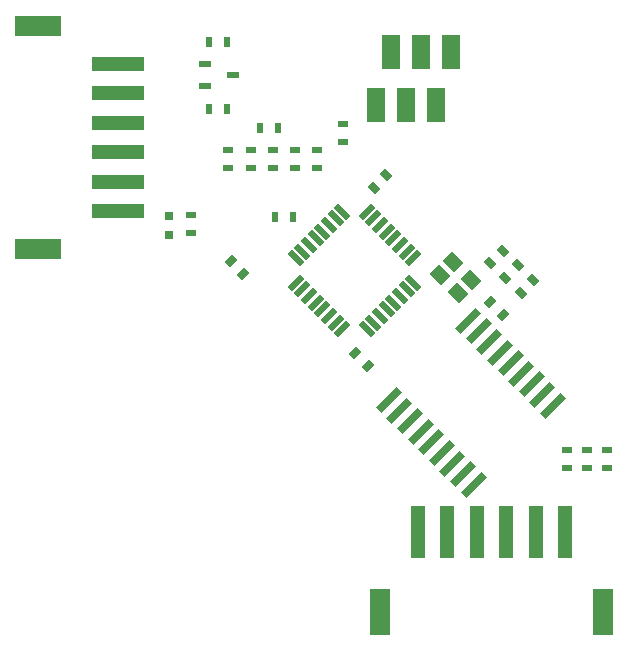
<source format=gbp>
G04 Layer_Color=128*
%FSAX25Y25*%
%MOIN*%
G70*
G01*
G75*
%ADD22R,0.03543X0.02362*%
%ADD23R,0.03150X0.03150*%
%ADD24R,0.05906X0.11811*%
G04:AMPARAMS|DCode=26|XSize=55.12mil|YSize=43.31mil|CornerRadius=0mil|HoleSize=0mil|Usage=FLASHONLY|Rotation=135.000|XOffset=0mil|YOffset=0mil|HoleType=Round|Shape=Rectangle|*
%AMROTATEDRECTD26*
4,1,4,0.03480,-0.00418,0.00418,-0.03480,-0.03480,0.00418,-0.00418,0.03480,0.03480,-0.00418,0.0*
%
%ADD26ROTATEDRECTD26*%

%ADD27R,0.03937X0.02362*%
%ADD28R,0.02362X0.03543*%
G04:AMPARAMS|DCode=29|XSize=23.62mil|YSize=35.43mil|CornerRadius=0mil|HoleSize=0mil|Usage=FLASHONLY|Rotation=45.000|XOffset=0mil|YOffset=0mil|HoleType=Round|Shape=Rectangle|*
%AMROTATEDRECTD29*
4,1,4,0.00418,-0.02088,-0.02088,0.00418,-0.00418,0.02088,0.02088,-0.00418,0.00418,-0.02088,0.0*
%
%ADD29ROTATEDRECTD29*%

G04:AMPARAMS|DCode=30|XSize=23.62mil|YSize=35.43mil|CornerRadius=0mil|HoleSize=0mil|Usage=FLASHONLY|Rotation=135.000|XOffset=0mil|YOffset=0mil|HoleType=Round|Shape=Rectangle|*
%AMROTATEDRECTD30*
4,1,4,0.02088,0.00418,-0.00418,-0.02088,-0.02088,-0.00418,0.00418,0.02088,0.02088,0.00418,0.0*
%
%ADD30ROTATEDRECTD30*%

%ADD31R,0.15354X0.07087*%
%ADD32R,0.17716X0.05118*%
%ADD33R,0.07087X0.15354*%
%ADD34R,0.05118X0.17716*%
G04:AMPARAMS|DCode=35|XSize=21.65mil|YSize=59.06mil|CornerRadius=0mil|HoleSize=0mil|Usage=FLASHONLY|Rotation=225.000|XOffset=0mil|YOffset=0mil|HoleType=Round|Shape=Rectangle|*
%AMROTATEDRECTD35*
4,1,4,-0.01322,0.02854,0.02854,-0.01322,0.01322,-0.02854,-0.02854,0.01322,-0.01322,0.02854,0.0*
%
%ADD35ROTATEDRECTD35*%

G04:AMPARAMS|DCode=36|XSize=21.65mil|YSize=59.06mil|CornerRadius=0mil|HoleSize=0mil|Usage=FLASHONLY|Rotation=135.000|XOffset=0mil|YOffset=0mil|HoleType=Round|Shape=Rectangle|*
%AMROTATEDRECTD36*
4,1,4,0.02854,0.01322,-0.01322,-0.02854,-0.02854,-0.01322,0.01322,0.02854,0.02854,0.01322,0.0*
%
%ADD36ROTATEDRECTD36*%

G04:AMPARAMS|DCode=37|XSize=27.56mil|YSize=98.43mil|CornerRadius=0mil|HoleSize=0mil|Usage=FLASHONLY|Rotation=135.000|XOffset=0mil|YOffset=0mil|HoleType=Round|Shape=Rectangle|*
%AMROTATEDRECTD37*
4,1,4,0.04454,0.02506,-0.02506,-0.04454,-0.04454,-0.02506,0.02506,0.04454,0.04454,0.02506,0.0*
%
%ADD37ROTATEDRECTD37*%

D22*
X0074854Y0213764D02*
D03*
Y0219669D02*
D03*
X0125445Y0249984D02*
D03*
Y0244079D02*
D03*
X0206744Y0135417D02*
D03*
Y0141323D02*
D03*
X0109500Y0241323D02*
D03*
Y0235417D02*
D03*
X0087256Y0235417D02*
D03*
Y0241323D02*
D03*
X0094736Y0235417D02*
D03*
Y0241323D02*
D03*
X0200051Y0141323D02*
D03*
Y0135417D02*
D03*
X0213437Y0141323D02*
D03*
Y0135417D02*
D03*
X0116980Y0235417D02*
D03*
Y0241323D02*
D03*
X0102216Y0235417D02*
D03*
Y0241323D02*
D03*
D23*
X0067571Y0219276D02*
D03*
Y0212976D02*
D03*
D24*
X0141429Y0274000D02*
D03*
X0156429Y0256283D02*
D03*
X0146429D02*
D03*
X0136429D02*
D03*
X0161429Y0274000D02*
D03*
X0151429D02*
D03*
D26*
X0162208Y0204093D02*
D03*
X0163879Y0193514D02*
D03*
X0168333Y0197968D02*
D03*
X0157754Y0199638D02*
D03*
D27*
X0088831Y0266323D02*
D03*
X0079382Y0270063D02*
D03*
Y0262583D02*
D03*
D28*
X0086862Y0255102D02*
D03*
X0080957D02*
D03*
X0086862Y0277346D02*
D03*
X0080957D02*
D03*
X0103791Y0248606D02*
D03*
X0097886D02*
D03*
X0102807Y0219079D02*
D03*
X0108713D02*
D03*
D29*
X0179656Y0198684D02*
D03*
X0183832Y0202859D02*
D03*
X0184774Y0193762D02*
D03*
X0188950Y0197938D02*
D03*
X0135758Y0228802D02*
D03*
X0139934Y0232978D02*
D03*
X0178714Y0207781D02*
D03*
X0174538Y0203605D02*
D03*
D30*
X0133832Y0169353D02*
D03*
X0129656Y0173529D02*
D03*
X0088121Y0204238D02*
D03*
X0092297Y0200062D02*
D03*
X0178714Y0186479D02*
D03*
X0174538Y0190655D02*
D03*
D31*
X0023870Y0208252D02*
D03*
Y0282661D02*
D03*
D32*
X0050642Y0220850D02*
D03*
Y0230693D02*
D03*
Y0240535D02*
D03*
Y0250378D02*
D03*
Y0260220D02*
D03*
Y0270063D02*
D03*
D33*
X0212256Y0087189D02*
D03*
X0137846D02*
D03*
D34*
X0199657Y0113961D02*
D03*
X0189815D02*
D03*
X0179972D02*
D03*
X0170130D02*
D03*
X0160287D02*
D03*
X0150445D02*
D03*
D35*
X0125345Y0220792D02*
D03*
X0123118Y0218565D02*
D03*
X0120891Y0216337D02*
D03*
X0118664Y0214110D02*
D03*
X0116437Y0211883D02*
D03*
X0114210Y0209656D02*
D03*
X0111983Y0207429D02*
D03*
X0109756Y0205202D02*
D03*
X0133419Y0181539D02*
D03*
X0135646Y0183766D02*
D03*
X0137873Y0185993D02*
D03*
X0140100Y0188220D02*
D03*
X0142327Y0190447D02*
D03*
X0144554Y0192675D02*
D03*
X0146781Y0194902D02*
D03*
X0149008Y0197129D02*
D03*
D36*
X0109756D02*
D03*
X0111983Y0194902D02*
D03*
X0114210Y0192675D02*
D03*
X0116437Y0190447D02*
D03*
X0118664Y0188220D02*
D03*
X0120891Y0185993D02*
D03*
X0123118Y0183766D02*
D03*
X0125345Y0181539D02*
D03*
X0149008Y0205202D02*
D03*
X0146781Y0207429D02*
D03*
X0144554Y0209656D02*
D03*
X0142327Y0211883D02*
D03*
X0140100Y0214110D02*
D03*
X0137873Y0216337D02*
D03*
X0135646Y0218565D02*
D03*
X0133419Y0220792D02*
D03*
D37*
X0169080Y0129705D02*
D03*
X0165545Y0133241D02*
D03*
X0162009Y0136776D02*
D03*
X0158474Y0140312D02*
D03*
X0154938Y0143847D02*
D03*
X0151402Y0147383D02*
D03*
X0147867Y0150918D02*
D03*
X0144331Y0154454D02*
D03*
X0140796Y0157990D02*
D03*
X0195527Y0156152D02*
D03*
X0191991Y0159688D02*
D03*
X0188456Y0163223D02*
D03*
X0184920Y0166759D02*
D03*
X0181385Y0170294D02*
D03*
X0177849Y0173830D02*
D03*
X0174314Y0177365D02*
D03*
X0170778Y0180901D02*
D03*
X0167243Y0184436D02*
D03*
M02*

</source>
